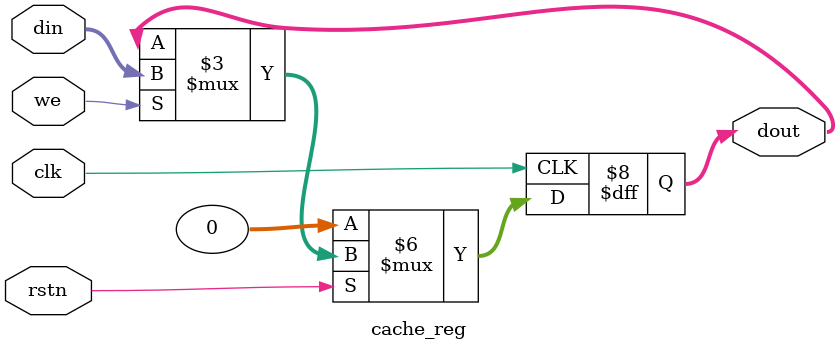
<source format=v>
`include "../config.vh"

module cache_reg#(
    parameter DATA_WIDTH = 32
    )(
    input clk,
    input rstn,
    input we,
    input [DATA_WIDTH-1:0] din,
    output reg [DATA_WIDTH-1:0] dout);

    always @(posedge clk) begin
        if(!rstn) begin
            dout <= 0;
        end
        else if(we) begin
            dout <= din;
        end
    end
    
endmodule
</source>
